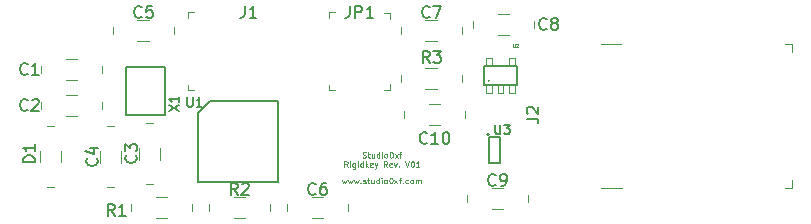
<source format=gto>
G04 #@! TF.GenerationSoftware,KiCad,Pcbnew,5.0.2+dfsg1-1*
G04 #@! TF.CreationDate,2019-08-04T21:32:12-04:00*
G04 #@! TF.ProjectId,rigidkey,72696769-646b-4657-992e-6b696361645f,V01*
G04 #@! TF.SameCoordinates,Original*
G04 #@! TF.FileFunction,Legend,Top*
G04 #@! TF.FilePolarity,Positive*
%FSLAX46Y46*%
G04 Gerber Fmt 4.6, Leading zero omitted, Abs format (unit mm)*
G04 Created by KiCad (PCBNEW 5.0.2+dfsg1-1) date Sun 04 Aug 2019 09:32:12 PM EDT*
%MOMM*%
%LPD*%
G01*
G04 APERTURE LIST*
%ADD10C,0.070200*%
%ADD11C,0.057500*%
%ADD12C,0.149860*%
%ADD13C,0.100000*%
%ADD14C,0.066040*%
%ADD15C,0.152400*%
%ADD16C,0.076200*%
%ADD17C,0.150000*%
%ADD18C,0.012700*%
G04 APERTURE END LIST*
D10*
X141793695Y-122857685D02*
X141885885Y-123180352D01*
X141978076Y-122949876D01*
X142070266Y-123180352D01*
X142162457Y-122857685D01*
X142300742Y-122857685D02*
X142392933Y-123180352D01*
X142485123Y-122949876D01*
X142577314Y-123180352D01*
X142669504Y-122857685D01*
X142807790Y-122857685D02*
X142899980Y-123180352D01*
X142992171Y-122949876D01*
X143084361Y-123180352D01*
X143176552Y-122857685D01*
X143360933Y-123134257D02*
X143383980Y-123157304D01*
X143360933Y-123180352D01*
X143337885Y-123157304D01*
X143360933Y-123134257D01*
X143360933Y-123180352D01*
X143568361Y-123157304D02*
X143614457Y-123180352D01*
X143706647Y-123180352D01*
X143752742Y-123157304D01*
X143775790Y-123111209D01*
X143775790Y-123088161D01*
X143752742Y-123042066D01*
X143706647Y-123019019D01*
X143637504Y-123019019D01*
X143591409Y-122995971D01*
X143568361Y-122949876D01*
X143568361Y-122926828D01*
X143591409Y-122880733D01*
X143637504Y-122857685D01*
X143706647Y-122857685D01*
X143752742Y-122880733D01*
X143914076Y-122857685D02*
X144098457Y-122857685D01*
X143983219Y-122696352D02*
X143983219Y-123111209D01*
X144006266Y-123157304D01*
X144052361Y-123180352D01*
X144098457Y-123180352D01*
X144467219Y-122857685D02*
X144467219Y-123180352D01*
X144259790Y-122857685D02*
X144259790Y-123111209D01*
X144282838Y-123157304D01*
X144328933Y-123180352D01*
X144398076Y-123180352D01*
X144444171Y-123157304D01*
X144467219Y-123134257D01*
X144905123Y-123180352D02*
X144905123Y-122696352D01*
X144905123Y-123157304D02*
X144859028Y-123180352D01*
X144766838Y-123180352D01*
X144720742Y-123157304D01*
X144697695Y-123134257D01*
X144674647Y-123088161D01*
X144674647Y-122949876D01*
X144697695Y-122903780D01*
X144720742Y-122880733D01*
X144766838Y-122857685D01*
X144859028Y-122857685D01*
X144905123Y-122880733D01*
X145135600Y-123180352D02*
X145135600Y-122857685D01*
X145135600Y-122696352D02*
X145112552Y-122719400D01*
X145135600Y-122742447D01*
X145158647Y-122719400D01*
X145135600Y-122696352D01*
X145135600Y-122742447D01*
X145435219Y-123180352D02*
X145389123Y-123157304D01*
X145366076Y-123134257D01*
X145343028Y-123088161D01*
X145343028Y-122949876D01*
X145366076Y-122903780D01*
X145389123Y-122880733D01*
X145435219Y-122857685D01*
X145504361Y-122857685D01*
X145550457Y-122880733D01*
X145573504Y-122903780D01*
X145596552Y-122949876D01*
X145596552Y-123088161D01*
X145573504Y-123134257D01*
X145550457Y-123157304D01*
X145504361Y-123180352D01*
X145435219Y-123180352D01*
X145896171Y-122696352D02*
X145942266Y-122696352D01*
X145988361Y-122719400D01*
X146011409Y-122742447D01*
X146034457Y-122788542D01*
X146057504Y-122880733D01*
X146057504Y-122995971D01*
X146034457Y-123088161D01*
X146011409Y-123134257D01*
X145988361Y-123157304D01*
X145942266Y-123180352D01*
X145896171Y-123180352D01*
X145850076Y-123157304D01*
X145827028Y-123134257D01*
X145803980Y-123088161D01*
X145780933Y-122995971D01*
X145780933Y-122880733D01*
X145803980Y-122788542D01*
X145827028Y-122742447D01*
X145850076Y-122719400D01*
X145896171Y-122696352D01*
X146218838Y-123180352D02*
X146472361Y-122857685D01*
X146218838Y-122857685D02*
X146472361Y-123180352D01*
X146587600Y-122857685D02*
X146771980Y-122857685D01*
X146656742Y-123180352D02*
X146656742Y-122765495D01*
X146679790Y-122719400D01*
X146725885Y-122696352D01*
X146771980Y-122696352D01*
X146933314Y-123134257D02*
X146956361Y-123157304D01*
X146933314Y-123180352D01*
X146910266Y-123157304D01*
X146933314Y-123134257D01*
X146933314Y-123180352D01*
X147371219Y-123157304D02*
X147325123Y-123180352D01*
X147232933Y-123180352D01*
X147186838Y-123157304D01*
X147163790Y-123134257D01*
X147140742Y-123088161D01*
X147140742Y-122949876D01*
X147163790Y-122903780D01*
X147186838Y-122880733D01*
X147232933Y-122857685D01*
X147325123Y-122857685D01*
X147371219Y-122880733D01*
X147647790Y-123180352D02*
X147601695Y-123157304D01*
X147578647Y-123134257D01*
X147555600Y-123088161D01*
X147555600Y-122949876D01*
X147578647Y-122903780D01*
X147601695Y-122880733D01*
X147647790Y-122857685D01*
X147716933Y-122857685D01*
X147763028Y-122880733D01*
X147786076Y-122903780D01*
X147809123Y-122949876D01*
X147809123Y-123088161D01*
X147786076Y-123134257D01*
X147763028Y-123157304D01*
X147716933Y-123180352D01*
X147647790Y-123180352D01*
X148016552Y-123180352D02*
X148016552Y-122857685D01*
X148016552Y-122903780D02*
X148039600Y-122880733D01*
X148085695Y-122857685D01*
X148154838Y-122857685D01*
X148200933Y-122880733D01*
X148223980Y-122926828D01*
X148223980Y-123180352D01*
X148223980Y-122926828D02*
X148247028Y-122880733D01*
X148293123Y-122857685D01*
X148362266Y-122857685D01*
X148408361Y-122880733D01*
X148431409Y-122926828D01*
X148431409Y-123180352D01*
D11*
X143522266Y-120987554D02*
X143591409Y-121010602D01*
X143706647Y-121010602D01*
X143752742Y-120987554D01*
X143775790Y-120964507D01*
X143798838Y-120918411D01*
X143798838Y-120872316D01*
X143775790Y-120826221D01*
X143752742Y-120803173D01*
X143706647Y-120780126D01*
X143614457Y-120757078D01*
X143568361Y-120734030D01*
X143545314Y-120710983D01*
X143522266Y-120664888D01*
X143522266Y-120618792D01*
X143545314Y-120572697D01*
X143568361Y-120549650D01*
X143614457Y-120526602D01*
X143729695Y-120526602D01*
X143798838Y-120549650D01*
X143937123Y-120687935D02*
X144121504Y-120687935D01*
X144006266Y-120526602D02*
X144006266Y-120941459D01*
X144029314Y-120987554D01*
X144075409Y-121010602D01*
X144121504Y-121010602D01*
X144490266Y-120687935D02*
X144490266Y-121010602D01*
X144282838Y-120687935D02*
X144282838Y-120941459D01*
X144305885Y-120987554D01*
X144351980Y-121010602D01*
X144421123Y-121010602D01*
X144467219Y-120987554D01*
X144490266Y-120964507D01*
X144928171Y-121010602D02*
X144928171Y-120526602D01*
X144928171Y-120987554D02*
X144882076Y-121010602D01*
X144789885Y-121010602D01*
X144743790Y-120987554D01*
X144720742Y-120964507D01*
X144697695Y-120918411D01*
X144697695Y-120780126D01*
X144720742Y-120734030D01*
X144743790Y-120710983D01*
X144789885Y-120687935D01*
X144882076Y-120687935D01*
X144928171Y-120710983D01*
X145158647Y-121010602D02*
X145158647Y-120687935D01*
X145158647Y-120526602D02*
X145135600Y-120549650D01*
X145158647Y-120572697D01*
X145181695Y-120549650D01*
X145158647Y-120526602D01*
X145158647Y-120572697D01*
X145458266Y-121010602D02*
X145412171Y-120987554D01*
X145389123Y-120964507D01*
X145366076Y-120918411D01*
X145366076Y-120780126D01*
X145389123Y-120734030D01*
X145412171Y-120710983D01*
X145458266Y-120687935D01*
X145527409Y-120687935D01*
X145573504Y-120710983D01*
X145596552Y-120734030D01*
X145619600Y-120780126D01*
X145619600Y-120918411D01*
X145596552Y-120964507D01*
X145573504Y-120987554D01*
X145527409Y-121010602D01*
X145458266Y-121010602D01*
X145919219Y-120526602D02*
X145965314Y-120526602D01*
X146011409Y-120549650D01*
X146034457Y-120572697D01*
X146057504Y-120618792D01*
X146080552Y-120710983D01*
X146080552Y-120826221D01*
X146057504Y-120918411D01*
X146034457Y-120964507D01*
X146011409Y-120987554D01*
X145965314Y-121010602D01*
X145919219Y-121010602D01*
X145873123Y-120987554D01*
X145850076Y-120964507D01*
X145827028Y-120918411D01*
X145803980Y-120826221D01*
X145803980Y-120710983D01*
X145827028Y-120618792D01*
X145850076Y-120572697D01*
X145873123Y-120549650D01*
X145919219Y-120526602D01*
X146241885Y-121010602D02*
X146495409Y-120687935D01*
X146241885Y-120687935D02*
X146495409Y-121010602D01*
X146610647Y-120687935D02*
X146795028Y-120687935D01*
X146679790Y-121010602D02*
X146679790Y-120595745D01*
X146702838Y-120549650D01*
X146748933Y-120526602D01*
X146795028Y-120526602D01*
X142243123Y-121794102D02*
X142081790Y-121563626D01*
X141966552Y-121794102D02*
X141966552Y-121310102D01*
X142150933Y-121310102D01*
X142197028Y-121333150D01*
X142220076Y-121356197D01*
X142243123Y-121402292D01*
X142243123Y-121471435D01*
X142220076Y-121517530D01*
X142197028Y-121540578D01*
X142150933Y-121563626D01*
X141966552Y-121563626D01*
X142450552Y-121794102D02*
X142450552Y-121471435D01*
X142450552Y-121310102D02*
X142427504Y-121333150D01*
X142450552Y-121356197D01*
X142473600Y-121333150D01*
X142450552Y-121310102D01*
X142450552Y-121356197D01*
X142888457Y-121471435D02*
X142888457Y-121863245D01*
X142865409Y-121909340D01*
X142842361Y-121932388D01*
X142796266Y-121955435D01*
X142727123Y-121955435D01*
X142681028Y-121932388D01*
X142888457Y-121771054D02*
X142842361Y-121794102D01*
X142750171Y-121794102D01*
X142704076Y-121771054D01*
X142681028Y-121748007D01*
X142657980Y-121701911D01*
X142657980Y-121563626D01*
X142681028Y-121517530D01*
X142704076Y-121494483D01*
X142750171Y-121471435D01*
X142842361Y-121471435D01*
X142888457Y-121494483D01*
X143118933Y-121794102D02*
X143118933Y-121471435D01*
X143118933Y-121310102D02*
X143095885Y-121333150D01*
X143118933Y-121356197D01*
X143141980Y-121333150D01*
X143118933Y-121310102D01*
X143118933Y-121356197D01*
X143556838Y-121794102D02*
X143556838Y-121310102D01*
X143556838Y-121771054D02*
X143510742Y-121794102D01*
X143418552Y-121794102D01*
X143372457Y-121771054D01*
X143349409Y-121748007D01*
X143326361Y-121701911D01*
X143326361Y-121563626D01*
X143349409Y-121517530D01*
X143372457Y-121494483D01*
X143418552Y-121471435D01*
X143510742Y-121471435D01*
X143556838Y-121494483D01*
X143787314Y-121794102D02*
X143787314Y-121310102D01*
X143833409Y-121609721D02*
X143971695Y-121794102D01*
X143971695Y-121471435D02*
X143787314Y-121655816D01*
X144363504Y-121771054D02*
X144317409Y-121794102D01*
X144225219Y-121794102D01*
X144179123Y-121771054D01*
X144156076Y-121724959D01*
X144156076Y-121540578D01*
X144179123Y-121494483D01*
X144225219Y-121471435D01*
X144317409Y-121471435D01*
X144363504Y-121494483D01*
X144386552Y-121540578D01*
X144386552Y-121586673D01*
X144156076Y-121632769D01*
X144547885Y-121471435D02*
X144663123Y-121794102D01*
X144778361Y-121471435D02*
X144663123Y-121794102D01*
X144617028Y-121909340D01*
X144593980Y-121932388D01*
X144547885Y-121955435D01*
X145608076Y-121794102D02*
X145446742Y-121563626D01*
X145331504Y-121794102D02*
X145331504Y-121310102D01*
X145515885Y-121310102D01*
X145561980Y-121333150D01*
X145585028Y-121356197D01*
X145608076Y-121402292D01*
X145608076Y-121471435D01*
X145585028Y-121517530D01*
X145561980Y-121540578D01*
X145515885Y-121563626D01*
X145331504Y-121563626D01*
X145999885Y-121771054D02*
X145953790Y-121794102D01*
X145861600Y-121794102D01*
X145815504Y-121771054D01*
X145792457Y-121724959D01*
X145792457Y-121540578D01*
X145815504Y-121494483D01*
X145861600Y-121471435D01*
X145953790Y-121471435D01*
X145999885Y-121494483D01*
X146022933Y-121540578D01*
X146022933Y-121586673D01*
X145792457Y-121632769D01*
X146184266Y-121471435D02*
X146299504Y-121794102D01*
X146414742Y-121471435D01*
X146599123Y-121748007D02*
X146622171Y-121771054D01*
X146599123Y-121794102D01*
X146576076Y-121771054D01*
X146599123Y-121748007D01*
X146599123Y-121794102D01*
X147129219Y-121310102D02*
X147290552Y-121794102D01*
X147451885Y-121310102D01*
X147705409Y-121310102D02*
X147751504Y-121310102D01*
X147797600Y-121333150D01*
X147820647Y-121356197D01*
X147843695Y-121402292D01*
X147866742Y-121494483D01*
X147866742Y-121609721D01*
X147843695Y-121701911D01*
X147820647Y-121748007D01*
X147797600Y-121771054D01*
X147751504Y-121794102D01*
X147705409Y-121794102D01*
X147659314Y-121771054D01*
X147636266Y-121748007D01*
X147613219Y-121701911D01*
X147590171Y-121609721D01*
X147590171Y-121494483D01*
X147613219Y-121402292D01*
X147636266Y-121356197D01*
X147659314Y-121333150D01*
X147705409Y-121310102D01*
X148327695Y-121794102D02*
X148051123Y-121794102D01*
X148189409Y-121794102D02*
X148189409Y-121310102D01*
X148143314Y-121379245D01*
X148097219Y-121425340D01*
X148051123Y-121448388D01*
D12*
G04 #@! TO.C,U1*
X130594100Y-116232940D02*
X129593340Y-117233700D01*
X129593340Y-117233700D02*
X129593340Y-123035060D01*
X136395460Y-116232940D02*
X136395460Y-123035060D01*
X136395460Y-123035060D02*
X129593340Y-123035060D01*
X130594100Y-116232940D02*
X136395460Y-116232940D01*
D13*
G04 #@! TO.C,C9*
X152340000Y-124760000D02*
X152340000Y-124160000D01*
X157540000Y-124760000D02*
X157540000Y-124160000D01*
X154940000Y-123560000D02*
X155440000Y-123560000D01*
X154940000Y-123560000D02*
X154440000Y-123560000D01*
X154940000Y-125360000D02*
X155440000Y-125360000D01*
X154940000Y-125360000D02*
X154440000Y-125360000D01*
G04 #@! TO.C,C6*
X139700000Y-124322000D02*
X140200000Y-124322000D01*
X139700000Y-124322000D02*
X139200000Y-124322000D01*
X139700000Y-126122000D02*
X140200000Y-126122000D01*
X139700000Y-126122000D02*
X139200000Y-126122000D01*
X137100000Y-124922000D02*
X137100000Y-125522000D01*
X142300000Y-124922000D02*
X142300000Y-125522000D01*
G04 #@! TO.C,C10*
X149606000Y-118248000D02*
X149106000Y-118248000D01*
X149606000Y-118248000D02*
X150106000Y-118248000D01*
X149606000Y-116448000D02*
X149106000Y-116448000D01*
X149606000Y-116448000D02*
X150106000Y-116448000D01*
X152206000Y-117648000D02*
X152206000Y-117048000D01*
X147006000Y-117648000D02*
X147006000Y-117048000D01*
G04 #@! TO.C,C1*
X116272000Y-113838000D02*
X116272000Y-113238000D01*
X121472000Y-113838000D02*
X121472000Y-113238000D01*
X118872000Y-112638000D02*
X119372000Y-112638000D01*
X118872000Y-112638000D02*
X118372000Y-112638000D01*
X118872000Y-114438000D02*
X119372000Y-114438000D01*
X118872000Y-114438000D02*
X118372000Y-114438000D01*
G04 #@! TO.C,C2*
X118872000Y-115686000D02*
X119372000Y-115686000D01*
X118872000Y-115686000D02*
X118372000Y-115686000D01*
X118872000Y-117486000D02*
X119372000Y-117486000D01*
X118872000Y-117486000D02*
X118372000Y-117486000D01*
X116272000Y-116286000D02*
X116272000Y-116886000D01*
X121472000Y-116286000D02*
X121472000Y-116886000D01*
G04 #@! TO.C,C3*
X125776000Y-123272000D02*
X125176000Y-123272000D01*
X125776000Y-118072000D02*
X125176000Y-118072000D01*
X124576000Y-120672000D02*
X124576000Y-120172000D01*
X124576000Y-120672000D02*
X124576000Y-121172000D01*
X126376000Y-120672000D02*
X126376000Y-120172000D01*
X126376000Y-120672000D02*
X126376000Y-121172000D01*
G04 #@! TO.C,C4*
X121274000Y-120926000D02*
X121274000Y-120426000D01*
X121274000Y-120926000D02*
X121274000Y-121426000D01*
X123074000Y-120926000D02*
X123074000Y-120426000D01*
X123074000Y-120926000D02*
X123074000Y-121426000D01*
X121874000Y-123526000D02*
X122474000Y-123526000D01*
X121874000Y-118326000D02*
X122474000Y-118326000D01*
G04 #@! TO.C,C5*
X127546000Y-109936000D02*
X127546000Y-110536000D01*
X122346000Y-109936000D02*
X122346000Y-110536000D01*
X124946000Y-111136000D02*
X124446000Y-111136000D01*
X124946000Y-111136000D02*
X125446000Y-111136000D01*
X124946000Y-109336000D02*
X124446000Y-109336000D01*
X124946000Y-109336000D02*
X125446000Y-109336000D01*
G04 #@! TO.C,C7*
X146730000Y-110536000D02*
X146730000Y-109936000D01*
X151930000Y-110536000D02*
X151930000Y-109936000D01*
X149330000Y-109336000D02*
X149830000Y-109336000D01*
X149330000Y-109336000D02*
X148830000Y-109336000D01*
X149330000Y-111136000D02*
X149830000Y-111136000D01*
X149330000Y-111136000D02*
X148830000Y-111136000D01*
G04 #@! TO.C,C8*
X158048000Y-109428000D02*
X158048000Y-110028000D01*
X152848000Y-109428000D02*
X152848000Y-110028000D01*
X155448000Y-110628000D02*
X154948000Y-110628000D01*
X155448000Y-110628000D02*
X155948000Y-110628000D01*
X155448000Y-108828000D02*
X154948000Y-108828000D01*
X155448000Y-108828000D02*
X155948000Y-108828000D01*
G04 #@! TO.C,D1*
X117394000Y-123504000D02*
X116794000Y-123504000D01*
X117394000Y-118304000D02*
X116794000Y-118304000D01*
X116194000Y-120904000D02*
X116194000Y-120404000D01*
X116194000Y-120904000D02*
X116194000Y-121404000D01*
X117994000Y-120904000D02*
X117994000Y-120404000D01*
X117994000Y-120904000D02*
X117994000Y-121404000D01*
G04 #@! TO.C,J1*
X128748000Y-108714000D02*
X128748000Y-109214000D01*
X128748000Y-108714000D02*
X129248000Y-108714000D01*
X128748000Y-115314000D02*
X128748000Y-114814000D01*
X128748000Y-115314000D02*
X129248000Y-115314000D01*
G04 #@! TO.C,J2*
X164475000Y-111350000D02*
X165425000Y-111350000D01*
X163725000Y-123600000D02*
X165500000Y-123600000D01*
X163725000Y-111350000D02*
X164500000Y-111350000D01*
X179850000Y-122900000D02*
X179850000Y-123600000D01*
X179850000Y-123600000D02*
X179300000Y-123600000D01*
X179850000Y-112075000D02*
X179850000Y-111350000D01*
X179850000Y-111350000D02*
X179250000Y-111350000D01*
G04 #@! TO.C,JP1*
X145826000Y-108734000D02*
X145826000Y-109234000D01*
X145826000Y-108734000D02*
X145326000Y-108734000D01*
X140686000Y-108714000D02*
X140686000Y-109214000D01*
X140686000Y-108714000D02*
X141186000Y-108714000D01*
X140686000Y-115314000D02*
X140686000Y-114814000D01*
X140686000Y-115314000D02*
X141186000Y-115314000D01*
X145836000Y-115304000D02*
X145836000Y-114804000D01*
X145836000Y-115304000D02*
X145336000Y-115304000D01*
G04 #@! TO.C,R1*
X126492000Y-126122000D02*
X125992000Y-126122000D01*
X126492000Y-126122000D02*
X126992000Y-126122000D01*
X126492000Y-124322000D02*
X125992000Y-124322000D01*
X126492000Y-124322000D02*
X126992000Y-124322000D01*
X129092000Y-125522000D02*
X129092000Y-124922000D01*
X123892000Y-125522000D02*
X123892000Y-124922000D01*
G04 #@! TO.C,R2*
X133096000Y-124322000D02*
X133596000Y-124322000D01*
X133096000Y-124322000D02*
X132596000Y-124322000D01*
X133096000Y-126122000D02*
X133596000Y-126122000D01*
X133096000Y-126122000D02*
X132596000Y-126122000D01*
X130496000Y-124922000D02*
X130496000Y-125522000D01*
X135696000Y-124922000D02*
X135696000Y-125522000D01*
G04 #@! TO.C,R3*
X151930000Y-114000000D02*
X151930000Y-114600000D01*
X146730000Y-114000000D02*
X146730000Y-114600000D01*
X149330000Y-115200000D02*
X148830000Y-115200000D01*
X149330000Y-115200000D02*
X149830000Y-115200000D01*
X149330000Y-113400000D02*
X148830000Y-113400000D01*
X149330000Y-113400000D02*
X149830000Y-113400000D01*
D14*
G04 #@! TO.C,U2*
X153995120Y-115544600D02*
X154495500Y-115544600D01*
X154495500Y-115544600D02*
X154495500Y-114894360D01*
X153995120Y-114894360D02*
X154495500Y-114894360D01*
X153995120Y-115544600D02*
X153995120Y-114894360D01*
X154945080Y-115544600D02*
X155442920Y-115544600D01*
X155442920Y-115544600D02*
X155442920Y-114894360D01*
X154945080Y-114894360D02*
X155442920Y-114894360D01*
X154945080Y-115544600D02*
X154945080Y-114894360D01*
X155892500Y-115544600D02*
X156392880Y-115544600D01*
X156392880Y-115544600D02*
X156392880Y-114894360D01*
X155892500Y-114894360D02*
X156392880Y-114894360D01*
X155892500Y-115544600D02*
X155892500Y-114894360D01*
X155892500Y-113197640D02*
X156392880Y-113197640D01*
X156392880Y-113197640D02*
X156392880Y-112547400D01*
X155892500Y-112547400D02*
X156392880Y-112547400D01*
X155892500Y-113197640D02*
X155892500Y-112547400D01*
X154945080Y-113197640D02*
X155442920Y-113197640D01*
X153995120Y-113197640D02*
X154495500Y-113197640D01*
X154495500Y-113197640D02*
X154495500Y-112547400D01*
X153995120Y-112547400D02*
X154495500Y-112547400D01*
X153995120Y-113197640D02*
X153995120Y-112547400D01*
D15*
X156613860Y-113238280D02*
X156613860Y-114853720D01*
X156613860Y-114853720D02*
X153774140Y-114853720D01*
X153774140Y-114853720D02*
X153774140Y-113238280D01*
X153774140Y-113238280D02*
X156613860Y-113238280D01*
X154767280Y-114853720D02*
X154673300Y-114853720D01*
X155714700Y-114853720D02*
X155620720Y-114853720D01*
X153868120Y-114853720D02*
X153774140Y-114853720D01*
X156613860Y-114853720D02*
X156519880Y-114853720D01*
X156519880Y-113238280D02*
X156613860Y-113238280D01*
X153774140Y-113238280D02*
X153868120Y-113238280D01*
X155620720Y-113238280D02*
X155714700Y-113238280D01*
X154673300Y-113238280D02*
X154767280Y-113238280D01*
D16*
X154264030Y-114495580D02*
G75*
G03X154264030Y-114495580I-68250J0D01*
G01*
D12*
G04 #@! TO.C,U3*
X155160980Y-119296180D02*
X154211020Y-119296180D01*
X155160980Y-121495820D02*
X154211020Y-121495820D01*
X154258037Y-119047260D02*
G75*
G03X154258037Y-119047260I-90197J0D01*
G01*
X155160980Y-119296180D02*
X155160980Y-121495820D01*
X154211020Y-121495820D02*
X154211020Y-119296180D01*
G04 #@! TO.C,X1*
X126808885Y-113342948D02*
X126808885Y-117406948D01*
X126808885Y-117406948D02*
X123456085Y-117406948D01*
X123456085Y-117406948D02*
X123456085Y-113342948D01*
X123456085Y-113342948D02*
X126808885Y-113342948D01*
G04 #@! TO.C,U1*
D15*
X128676400Y-115893850D02*
X128676400Y-116541550D01*
X128714500Y-116617750D01*
X128752600Y-116655850D01*
X128828800Y-116693950D01*
X128981200Y-116693950D01*
X129057400Y-116655850D01*
X129095500Y-116617750D01*
X129133600Y-116541550D01*
X129133600Y-115893850D01*
X129933700Y-116693950D02*
X129476500Y-116693950D01*
X129705100Y-116693950D02*
X129705100Y-115893850D01*
X129628900Y-116008150D01*
X129552700Y-116084350D01*
X129476500Y-116122450D01*
G04 #@! TO.C,C9*
D17*
X154773333Y-123293142D02*
X154725714Y-123340761D01*
X154582857Y-123388380D01*
X154487619Y-123388380D01*
X154344761Y-123340761D01*
X154249523Y-123245523D01*
X154201904Y-123150285D01*
X154154285Y-122959809D01*
X154154285Y-122816952D01*
X154201904Y-122626476D01*
X154249523Y-122531238D01*
X154344761Y-122436000D01*
X154487619Y-122388380D01*
X154582857Y-122388380D01*
X154725714Y-122436000D01*
X154773333Y-122483619D01*
X155249523Y-123388380D02*
X155440000Y-123388380D01*
X155535238Y-123340761D01*
X155582857Y-123293142D01*
X155678095Y-123150285D01*
X155725714Y-122959809D01*
X155725714Y-122578857D01*
X155678095Y-122483619D01*
X155630476Y-122436000D01*
X155535238Y-122388380D01*
X155344761Y-122388380D01*
X155249523Y-122436000D01*
X155201904Y-122483619D01*
X155154285Y-122578857D01*
X155154285Y-122816952D01*
X155201904Y-122912190D01*
X155249523Y-122959809D01*
X155344761Y-123007428D01*
X155535238Y-123007428D01*
X155630476Y-122959809D01*
X155678095Y-122912190D01*
X155725714Y-122816952D01*
G04 #@! TO.C,C6*
X139533333Y-124055142D02*
X139485714Y-124102761D01*
X139342857Y-124150380D01*
X139247619Y-124150380D01*
X139104761Y-124102761D01*
X139009523Y-124007523D01*
X138961904Y-123912285D01*
X138914285Y-123721809D01*
X138914285Y-123578952D01*
X138961904Y-123388476D01*
X139009523Y-123293238D01*
X139104761Y-123198000D01*
X139247619Y-123150380D01*
X139342857Y-123150380D01*
X139485714Y-123198000D01*
X139533333Y-123245619D01*
X140390476Y-123150380D02*
X140200000Y-123150380D01*
X140104761Y-123198000D01*
X140057142Y-123245619D01*
X139961904Y-123388476D01*
X139914285Y-123578952D01*
X139914285Y-123959904D01*
X139961904Y-124055142D01*
X140009523Y-124102761D01*
X140104761Y-124150380D01*
X140295238Y-124150380D01*
X140390476Y-124102761D01*
X140438095Y-124055142D01*
X140485714Y-123959904D01*
X140485714Y-123721809D01*
X140438095Y-123626571D01*
X140390476Y-123578952D01*
X140295238Y-123531333D01*
X140104761Y-123531333D01*
X140009523Y-123578952D01*
X139961904Y-123626571D01*
X139914285Y-123721809D01*
G04 #@! TO.C,C10*
X148963142Y-119737142D02*
X148915523Y-119784761D01*
X148772666Y-119832380D01*
X148677428Y-119832380D01*
X148534571Y-119784761D01*
X148439333Y-119689523D01*
X148391714Y-119594285D01*
X148344095Y-119403809D01*
X148344095Y-119260952D01*
X148391714Y-119070476D01*
X148439333Y-118975238D01*
X148534571Y-118880000D01*
X148677428Y-118832380D01*
X148772666Y-118832380D01*
X148915523Y-118880000D01*
X148963142Y-118927619D01*
X149915523Y-119832380D02*
X149344095Y-119832380D01*
X149629809Y-119832380D02*
X149629809Y-118832380D01*
X149534571Y-118975238D01*
X149439333Y-119070476D01*
X149344095Y-119118095D01*
X150534571Y-118832380D02*
X150629809Y-118832380D01*
X150725047Y-118880000D01*
X150772666Y-118927619D01*
X150820285Y-119022857D01*
X150867904Y-119213333D01*
X150867904Y-119451428D01*
X150820285Y-119641904D01*
X150772666Y-119737142D01*
X150725047Y-119784761D01*
X150629809Y-119832380D01*
X150534571Y-119832380D01*
X150439333Y-119784761D01*
X150391714Y-119737142D01*
X150344095Y-119641904D01*
X150296476Y-119451428D01*
X150296476Y-119213333D01*
X150344095Y-119022857D01*
X150391714Y-118927619D01*
X150439333Y-118880000D01*
X150534571Y-118832380D01*
G04 #@! TO.C,C1*
X115149333Y-113895142D02*
X115101714Y-113942761D01*
X114958857Y-113990380D01*
X114863619Y-113990380D01*
X114720761Y-113942761D01*
X114625523Y-113847523D01*
X114577904Y-113752285D01*
X114530285Y-113561809D01*
X114530285Y-113418952D01*
X114577904Y-113228476D01*
X114625523Y-113133238D01*
X114720761Y-113038000D01*
X114863619Y-112990380D01*
X114958857Y-112990380D01*
X115101714Y-113038000D01*
X115149333Y-113085619D01*
X116101714Y-113990380D02*
X115530285Y-113990380D01*
X115816000Y-113990380D02*
X115816000Y-112990380D01*
X115720761Y-113133238D01*
X115625523Y-113228476D01*
X115530285Y-113276095D01*
G04 #@! TO.C,C2*
X115149333Y-116943142D02*
X115101714Y-116990761D01*
X114958857Y-117038380D01*
X114863619Y-117038380D01*
X114720761Y-116990761D01*
X114625523Y-116895523D01*
X114577904Y-116800285D01*
X114530285Y-116609809D01*
X114530285Y-116466952D01*
X114577904Y-116276476D01*
X114625523Y-116181238D01*
X114720761Y-116086000D01*
X114863619Y-116038380D01*
X114958857Y-116038380D01*
X115101714Y-116086000D01*
X115149333Y-116133619D01*
X115530285Y-116133619D02*
X115577904Y-116086000D01*
X115673142Y-116038380D01*
X115911238Y-116038380D01*
X116006476Y-116086000D01*
X116054095Y-116133619D01*
X116101714Y-116228857D01*
X116101714Y-116324095D01*
X116054095Y-116466952D01*
X115482666Y-117038380D01*
X116101714Y-117038380D01*
G04 #@! TO.C,C3*
X124309142Y-120816666D02*
X124356761Y-120864285D01*
X124404380Y-121007142D01*
X124404380Y-121102380D01*
X124356761Y-121245238D01*
X124261523Y-121340476D01*
X124166285Y-121388095D01*
X123975809Y-121435714D01*
X123832952Y-121435714D01*
X123642476Y-121388095D01*
X123547238Y-121340476D01*
X123452000Y-121245238D01*
X123404380Y-121102380D01*
X123404380Y-121007142D01*
X123452000Y-120864285D01*
X123499619Y-120816666D01*
X123404380Y-120483333D02*
X123404380Y-119864285D01*
X123785333Y-120197619D01*
X123785333Y-120054761D01*
X123832952Y-119959523D01*
X123880571Y-119911904D01*
X123975809Y-119864285D01*
X124213904Y-119864285D01*
X124309142Y-119911904D01*
X124356761Y-119959523D01*
X124404380Y-120054761D01*
X124404380Y-120340476D01*
X124356761Y-120435714D01*
X124309142Y-120483333D01*
G04 #@! TO.C,C4*
X121007142Y-121070666D02*
X121054761Y-121118285D01*
X121102380Y-121261142D01*
X121102380Y-121356380D01*
X121054761Y-121499238D01*
X120959523Y-121594476D01*
X120864285Y-121642095D01*
X120673809Y-121689714D01*
X120530952Y-121689714D01*
X120340476Y-121642095D01*
X120245238Y-121594476D01*
X120150000Y-121499238D01*
X120102380Y-121356380D01*
X120102380Y-121261142D01*
X120150000Y-121118285D01*
X120197619Y-121070666D01*
X120435714Y-120213523D02*
X121102380Y-120213523D01*
X120054761Y-120451619D02*
X120769047Y-120689714D01*
X120769047Y-120070666D01*
G04 #@! TO.C,C5*
X124801333Y-109069142D02*
X124753714Y-109116761D01*
X124610857Y-109164380D01*
X124515619Y-109164380D01*
X124372761Y-109116761D01*
X124277523Y-109021523D01*
X124229904Y-108926285D01*
X124182285Y-108735809D01*
X124182285Y-108592952D01*
X124229904Y-108402476D01*
X124277523Y-108307238D01*
X124372761Y-108212000D01*
X124515619Y-108164380D01*
X124610857Y-108164380D01*
X124753714Y-108212000D01*
X124801333Y-108259619D01*
X125706095Y-108164380D02*
X125229904Y-108164380D01*
X125182285Y-108640571D01*
X125229904Y-108592952D01*
X125325142Y-108545333D01*
X125563238Y-108545333D01*
X125658476Y-108592952D01*
X125706095Y-108640571D01*
X125753714Y-108735809D01*
X125753714Y-108973904D01*
X125706095Y-109069142D01*
X125658476Y-109116761D01*
X125563238Y-109164380D01*
X125325142Y-109164380D01*
X125229904Y-109116761D01*
X125182285Y-109069142D01*
G04 #@! TO.C,C7*
X149185333Y-109069142D02*
X149137714Y-109116761D01*
X148994857Y-109164380D01*
X148899619Y-109164380D01*
X148756761Y-109116761D01*
X148661523Y-109021523D01*
X148613904Y-108926285D01*
X148566285Y-108735809D01*
X148566285Y-108592952D01*
X148613904Y-108402476D01*
X148661523Y-108307238D01*
X148756761Y-108212000D01*
X148899619Y-108164380D01*
X148994857Y-108164380D01*
X149137714Y-108212000D01*
X149185333Y-108259619D01*
X149518666Y-108164380D02*
X150185333Y-108164380D01*
X149756761Y-109164380D01*
G04 #@! TO.C,C8*
X159091333Y-110085142D02*
X159043714Y-110132761D01*
X158900857Y-110180380D01*
X158805619Y-110180380D01*
X158662761Y-110132761D01*
X158567523Y-110037523D01*
X158519904Y-109942285D01*
X158472285Y-109751809D01*
X158472285Y-109608952D01*
X158519904Y-109418476D01*
X158567523Y-109323238D01*
X158662761Y-109228000D01*
X158805619Y-109180380D01*
X158900857Y-109180380D01*
X159043714Y-109228000D01*
X159091333Y-109275619D01*
X159662761Y-109608952D02*
X159567523Y-109561333D01*
X159519904Y-109513714D01*
X159472285Y-109418476D01*
X159472285Y-109370857D01*
X159519904Y-109275619D01*
X159567523Y-109228000D01*
X159662761Y-109180380D01*
X159853238Y-109180380D01*
X159948476Y-109228000D01*
X159996095Y-109275619D01*
X160043714Y-109370857D01*
X160043714Y-109418476D01*
X159996095Y-109513714D01*
X159948476Y-109561333D01*
X159853238Y-109608952D01*
X159662761Y-109608952D01*
X159567523Y-109656571D01*
X159519904Y-109704190D01*
X159472285Y-109799428D01*
X159472285Y-109989904D01*
X159519904Y-110085142D01*
X159567523Y-110132761D01*
X159662761Y-110180380D01*
X159853238Y-110180380D01*
X159948476Y-110132761D01*
X159996095Y-110085142D01*
X160043714Y-109989904D01*
X160043714Y-109799428D01*
X159996095Y-109704190D01*
X159948476Y-109656571D01*
X159853238Y-109608952D01*
G04 #@! TO.C,D1*
X115768380Y-121388095D02*
X114768380Y-121388095D01*
X114768380Y-121150000D01*
X114816000Y-121007142D01*
X114911238Y-120911904D01*
X115006476Y-120864285D01*
X115196952Y-120816666D01*
X115339809Y-120816666D01*
X115530285Y-120864285D01*
X115625523Y-120911904D01*
X115720761Y-121007142D01*
X115768380Y-121150000D01*
X115768380Y-121388095D01*
X115768380Y-119864285D02*
X115768380Y-120435714D01*
X115768380Y-120150000D02*
X114768380Y-120150000D01*
X114911238Y-120245238D01*
X115006476Y-120340476D01*
X115054095Y-120435714D01*
G04 #@! TO.C,J1*
X133524666Y-108164380D02*
X133524666Y-108878666D01*
X133477047Y-109021523D01*
X133381809Y-109116761D01*
X133238952Y-109164380D01*
X133143714Y-109164380D01*
X134524666Y-109164380D02*
X133953238Y-109164380D01*
X134238952Y-109164380D02*
X134238952Y-108164380D01*
X134143714Y-108307238D01*
X134048476Y-108402476D01*
X133953238Y-108450095D01*
G04 #@! TO.C,J2*
X157402380Y-117708333D02*
X158116666Y-117708333D01*
X158259523Y-117755952D01*
X158354761Y-117851190D01*
X158402380Y-117994047D01*
X158402380Y-118089285D01*
X157497619Y-117279761D02*
X157450000Y-117232142D01*
X157402380Y-117136904D01*
X157402380Y-116898809D01*
X157450000Y-116803571D01*
X157497619Y-116755952D01*
X157592857Y-116708333D01*
X157688095Y-116708333D01*
X157830952Y-116755952D01*
X158402380Y-117327380D01*
X158402380Y-116708333D01*
G04 #@! TO.C,JP1*
X142422666Y-108164380D02*
X142422666Y-108878666D01*
X142375047Y-109021523D01*
X142279809Y-109116761D01*
X142136952Y-109164380D01*
X142041714Y-109164380D01*
X142898857Y-109164380D02*
X142898857Y-108164380D01*
X143279809Y-108164380D01*
X143375047Y-108212000D01*
X143422666Y-108259619D01*
X143470285Y-108354857D01*
X143470285Y-108497714D01*
X143422666Y-108592952D01*
X143375047Y-108640571D01*
X143279809Y-108688190D01*
X142898857Y-108688190D01*
X144422666Y-109164380D02*
X143851238Y-109164380D01*
X144136952Y-109164380D02*
X144136952Y-108164380D01*
X144041714Y-108307238D01*
X143946476Y-108402476D01*
X143851238Y-108450095D01*
G04 #@! TO.C,R1*
X122515333Y-125928380D02*
X122182000Y-125452190D01*
X121943904Y-125928380D02*
X121943904Y-124928380D01*
X122324857Y-124928380D01*
X122420095Y-124976000D01*
X122467714Y-125023619D01*
X122515333Y-125118857D01*
X122515333Y-125261714D01*
X122467714Y-125356952D01*
X122420095Y-125404571D01*
X122324857Y-125452190D01*
X121943904Y-125452190D01*
X123467714Y-125928380D02*
X122896285Y-125928380D01*
X123182000Y-125928380D02*
X123182000Y-124928380D01*
X123086761Y-125071238D01*
X122991523Y-125166476D01*
X122896285Y-125214095D01*
G04 #@! TO.C,R2*
X132929333Y-124150380D02*
X132596000Y-123674190D01*
X132357904Y-124150380D02*
X132357904Y-123150380D01*
X132738857Y-123150380D01*
X132834095Y-123198000D01*
X132881714Y-123245619D01*
X132929333Y-123340857D01*
X132929333Y-123483714D01*
X132881714Y-123578952D01*
X132834095Y-123626571D01*
X132738857Y-123674190D01*
X132357904Y-123674190D01*
X133310285Y-123245619D02*
X133357904Y-123198000D01*
X133453142Y-123150380D01*
X133691238Y-123150380D01*
X133786476Y-123198000D01*
X133834095Y-123245619D01*
X133881714Y-123340857D01*
X133881714Y-123436095D01*
X133834095Y-123578952D01*
X133262666Y-124150380D01*
X133881714Y-124150380D01*
G04 #@! TO.C,R3*
X149185333Y-112974380D02*
X148852000Y-112498190D01*
X148613904Y-112974380D02*
X148613904Y-111974380D01*
X148994857Y-111974380D01*
X149090095Y-112022000D01*
X149137714Y-112069619D01*
X149185333Y-112164857D01*
X149185333Y-112307714D01*
X149137714Y-112402952D01*
X149090095Y-112450571D01*
X148994857Y-112498190D01*
X148613904Y-112498190D01*
X149518666Y-111974380D02*
X150137714Y-111974380D01*
X149804380Y-112355333D01*
X149947238Y-112355333D01*
X150042476Y-112402952D01*
X150090095Y-112450571D01*
X150137714Y-112545809D01*
X150137714Y-112783904D01*
X150090095Y-112879142D01*
X150042476Y-112926761D01*
X149947238Y-112974380D01*
X149661523Y-112974380D01*
X149566285Y-112926761D01*
X149518666Y-112879142D01*
G04 #@! TO.C,U2*
D18*
X156270476Y-111366904D02*
X156270476Y-111572523D01*
X156282571Y-111596714D01*
X156294666Y-111608809D01*
X156318857Y-111620904D01*
X156367238Y-111620904D01*
X156391428Y-111608809D01*
X156403523Y-111596714D01*
X156415619Y-111572523D01*
X156415619Y-111366904D01*
X156524476Y-111391095D02*
X156536571Y-111379000D01*
X156560761Y-111366904D01*
X156621238Y-111366904D01*
X156645428Y-111379000D01*
X156657523Y-111391095D01*
X156669619Y-111415285D01*
X156669619Y-111439476D01*
X156657523Y-111475761D01*
X156512380Y-111620904D01*
X156669619Y-111620904D01*
G04 #@! TO.C,U3*
D15*
X154736800Y-118205250D02*
X154736800Y-118852950D01*
X154774900Y-118929150D01*
X154813000Y-118967250D01*
X154889200Y-119005350D01*
X155041600Y-119005350D01*
X155117800Y-118967250D01*
X155155900Y-118929150D01*
X155194000Y-118852950D01*
X155194000Y-118205250D01*
X155498800Y-118205250D02*
X155994100Y-118205250D01*
X155727400Y-118510050D01*
X155841700Y-118510050D01*
X155917900Y-118548150D01*
X155956000Y-118586250D01*
X155994100Y-118662450D01*
X155994100Y-118852950D01*
X155956000Y-118929150D01*
X155917900Y-118967250D01*
X155841700Y-119005350D01*
X155613100Y-119005350D01*
X155536900Y-118967250D01*
X155498800Y-118929150D01*
G04 #@! TO.C,X1*
X127132735Y-117089448D02*
X127932835Y-116556048D01*
X127132735Y-116556048D02*
X127932835Y-117089448D01*
X127932835Y-115832148D02*
X127932835Y-116289348D01*
X127932835Y-116060748D02*
X127132735Y-116060748D01*
X127247035Y-116136948D01*
X127323235Y-116213148D01*
X127361335Y-116289348D01*
G04 #@! TD*
M02*

</source>
